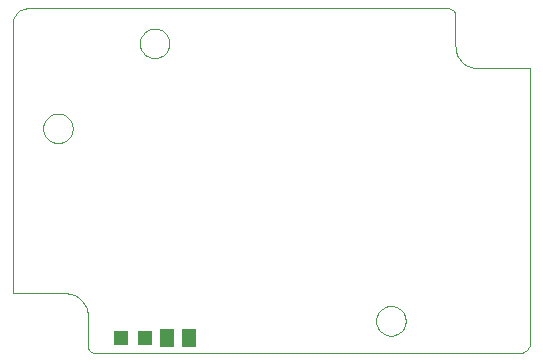
<source format=gtp>
G75*
%MOIN*%
%OFA0B0*%
%FSLAX24Y24*%
%IPPOS*%
%LPD*%
%AMOC8*
5,1,8,0,0,1.08239X$1,22.5*
%
%ADD10C,0.0000*%
%ADD11R,0.0472X0.0472*%
%ADD12R,0.0512X0.0591*%
D10*
X002650Y001400D02*
X002648Y001454D01*
X002642Y001507D01*
X002633Y001559D01*
X002620Y001611D01*
X002603Y001662D01*
X002582Y001712D01*
X002558Y001759D01*
X002531Y001805D01*
X002500Y001849D01*
X002467Y001891D01*
X002430Y001930D01*
X002391Y001967D01*
X002349Y002000D01*
X002305Y002031D01*
X002259Y002058D01*
X002212Y002082D01*
X002162Y002103D01*
X002111Y002120D01*
X002059Y002133D01*
X002007Y002142D01*
X001954Y002148D01*
X001900Y002150D01*
X000150Y002150D01*
X000150Y011256D01*
X000150Y011150D02*
X000152Y011194D01*
X000158Y011237D01*
X000167Y011279D01*
X000180Y011321D01*
X000197Y011361D01*
X000217Y011400D01*
X000240Y011437D01*
X000267Y011471D01*
X000296Y011504D01*
X000329Y011533D01*
X000363Y011560D01*
X000400Y011583D01*
X000439Y011603D01*
X000479Y011620D01*
X000521Y011633D01*
X000563Y011642D01*
X000606Y011648D01*
X000650Y011650D01*
X014650Y011650D01*
X014680Y011648D01*
X014710Y011643D01*
X014739Y011634D01*
X014766Y011621D01*
X014792Y011606D01*
X014816Y011587D01*
X014837Y011566D01*
X014856Y011542D01*
X014871Y011516D01*
X014884Y011489D01*
X014893Y011460D01*
X014898Y011430D01*
X014900Y011400D01*
X014900Y010400D01*
X014902Y010346D01*
X014908Y010293D01*
X014917Y010241D01*
X014930Y010189D01*
X014947Y010138D01*
X014968Y010088D01*
X014992Y010041D01*
X015019Y009995D01*
X015050Y009951D01*
X015083Y009909D01*
X015120Y009870D01*
X015159Y009833D01*
X015201Y009800D01*
X015245Y009769D01*
X015291Y009742D01*
X015338Y009718D01*
X015388Y009697D01*
X015439Y009680D01*
X015491Y009667D01*
X015543Y009658D01*
X015596Y009652D01*
X015650Y009650D01*
X017400Y009650D01*
X017400Y000544D01*
X017398Y000505D01*
X017392Y000467D01*
X017383Y000430D01*
X017370Y000393D01*
X017353Y000358D01*
X017334Y000325D01*
X017311Y000294D01*
X017285Y000265D01*
X017256Y000239D01*
X017225Y000216D01*
X017192Y000197D01*
X017157Y000180D01*
X017120Y000167D01*
X017083Y000158D01*
X017045Y000152D01*
X017006Y000150D01*
X017150Y000150D02*
X002900Y000150D01*
X002870Y000152D01*
X002840Y000157D01*
X002811Y000166D01*
X002784Y000179D01*
X002758Y000194D01*
X002734Y000213D01*
X002713Y000234D01*
X002694Y000258D01*
X002679Y000284D01*
X002666Y000311D01*
X002657Y000340D01*
X002652Y000370D01*
X002650Y000400D01*
X002650Y001400D01*
X001158Y007650D02*
X001160Y007694D01*
X001166Y007738D01*
X001176Y007781D01*
X001189Y007823D01*
X001207Y007863D01*
X001228Y007902D01*
X001252Y007939D01*
X001279Y007974D01*
X001310Y008006D01*
X001343Y008035D01*
X001379Y008061D01*
X001417Y008083D01*
X001457Y008102D01*
X001498Y008118D01*
X001541Y008130D01*
X001584Y008138D01*
X001628Y008142D01*
X001672Y008142D01*
X001716Y008138D01*
X001759Y008130D01*
X001802Y008118D01*
X001843Y008102D01*
X001883Y008083D01*
X001921Y008061D01*
X001957Y008035D01*
X001990Y008006D01*
X002021Y007974D01*
X002048Y007939D01*
X002072Y007902D01*
X002093Y007863D01*
X002111Y007823D01*
X002124Y007781D01*
X002134Y007738D01*
X002140Y007694D01*
X002142Y007650D01*
X002140Y007606D01*
X002134Y007562D01*
X002124Y007519D01*
X002111Y007477D01*
X002093Y007437D01*
X002072Y007398D01*
X002048Y007361D01*
X002021Y007326D01*
X001990Y007294D01*
X001957Y007265D01*
X001921Y007239D01*
X001883Y007217D01*
X001843Y007198D01*
X001802Y007182D01*
X001759Y007170D01*
X001716Y007162D01*
X001672Y007158D01*
X001628Y007158D01*
X001584Y007162D01*
X001541Y007170D01*
X001498Y007182D01*
X001457Y007198D01*
X001417Y007217D01*
X001379Y007239D01*
X001343Y007265D01*
X001310Y007294D01*
X001279Y007326D01*
X001252Y007361D01*
X001228Y007398D01*
X001207Y007437D01*
X001189Y007477D01*
X001176Y007519D01*
X001166Y007562D01*
X001160Y007606D01*
X001158Y007650D01*
X004382Y010485D02*
X004384Y010529D01*
X004390Y010573D01*
X004400Y010616D01*
X004413Y010658D01*
X004431Y010698D01*
X004452Y010737D01*
X004476Y010774D01*
X004503Y010809D01*
X004534Y010841D01*
X004567Y010870D01*
X004603Y010896D01*
X004641Y010918D01*
X004681Y010937D01*
X004722Y010953D01*
X004765Y010965D01*
X004808Y010973D01*
X004852Y010977D01*
X004896Y010977D01*
X004940Y010973D01*
X004983Y010965D01*
X005026Y010953D01*
X005067Y010937D01*
X005107Y010918D01*
X005145Y010896D01*
X005181Y010870D01*
X005214Y010841D01*
X005245Y010809D01*
X005272Y010774D01*
X005296Y010737D01*
X005317Y010698D01*
X005335Y010658D01*
X005348Y010616D01*
X005358Y010573D01*
X005364Y010529D01*
X005366Y010485D01*
X005364Y010441D01*
X005358Y010397D01*
X005348Y010354D01*
X005335Y010312D01*
X005317Y010272D01*
X005296Y010233D01*
X005272Y010196D01*
X005245Y010161D01*
X005214Y010129D01*
X005181Y010100D01*
X005145Y010074D01*
X005107Y010052D01*
X005067Y010033D01*
X005026Y010017D01*
X004983Y010005D01*
X004940Y009997D01*
X004896Y009993D01*
X004852Y009993D01*
X004808Y009997D01*
X004765Y010005D01*
X004722Y010017D01*
X004681Y010033D01*
X004641Y010052D01*
X004603Y010074D01*
X004567Y010100D01*
X004534Y010129D01*
X004503Y010161D01*
X004476Y010196D01*
X004452Y010233D01*
X004431Y010272D01*
X004413Y010312D01*
X004400Y010354D01*
X004390Y010397D01*
X004384Y010441D01*
X004382Y010485D01*
X012256Y001233D02*
X012258Y001277D01*
X012264Y001321D01*
X012274Y001364D01*
X012287Y001406D01*
X012305Y001446D01*
X012326Y001485D01*
X012350Y001522D01*
X012377Y001557D01*
X012408Y001589D01*
X012441Y001618D01*
X012477Y001644D01*
X012515Y001666D01*
X012555Y001685D01*
X012596Y001701D01*
X012639Y001713D01*
X012682Y001721D01*
X012726Y001725D01*
X012770Y001725D01*
X012814Y001721D01*
X012857Y001713D01*
X012900Y001701D01*
X012941Y001685D01*
X012981Y001666D01*
X013019Y001644D01*
X013055Y001618D01*
X013088Y001589D01*
X013119Y001557D01*
X013146Y001522D01*
X013170Y001485D01*
X013191Y001446D01*
X013209Y001406D01*
X013222Y001364D01*
X013232Y001321D01*
X013238Y001277D01*
X013240Y001233D01*
X013238Y001189D01*
X013232Y001145D01*
X013222Y001102D01*
X013209Y001060D01*
X013191Y001020D01*
X013170Y000981D01*
X013146Y000944D01*
X013119Y000909D01*
X013088Y000877D01*
X013055Y000848D01*
X013019Y000822D01*
X012981Y000800D01*
X012941Y000781D01*
X012900Y000765D01*
X012857Y000753D01*
X012814Y000745D01*
X012770Y000741D01*
X012726Y000741D01*
X012682Y000745D01*
X012639Y000753D01*
X012596Y000765D01*
X012555Y000781D01*
X012515Y000800D01*
X012477Y000822D01*
X012441Y000848D01*
X012408Y000877D01*
X012377Y000909D01*
X012350Y000944D01*
X012326Y000981D01*
X012305Y001020D01*
X012287Y001060D01*
X012274Y001102D01*
X012264Y001145D01*
X012258Y001189D01*
X012256Y001233D01*
D11*
X004563Y000650D03*
X003737Y000650D03*
D12*
X005276Y000650D03*
X006024Y000650D03*
M02*

</source>
